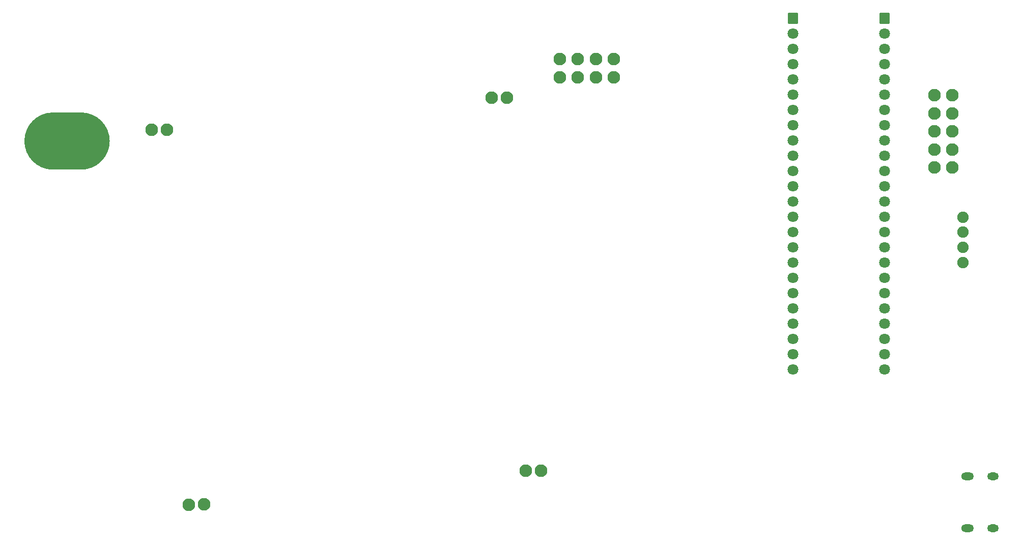
<source format=gbs>
G04 Layer: BottomSolderMaskLayer*
G04 EasyEDA Pro v2.2.32.3, 2024-11-29 12:29:59*
G04 Gerber Generator version 0.3*
G04 Scale: 100 percent, Rotated: No, Reflected: No*
G04 Dimensions in millimeters*
G04 Leading zeros omitted, absolute positions, 3 integers and 5 decimals*
%FSLAX35Y35*%
%MOMM*%
%AMRoundRect*1,1,$1,$2,$3*1,1,$1,$4,$5*1,1,$1,0-$2,0-$3*1,1,$1,0-$4,0-$5*20,1,$1,$2,$3,$4,$5,0*20,1,$1,$4,$5,0-$2,0-$3,0*20,1,$1,0-$2,0-$3,0-$4,0-$5,0*20,1,$1,0-$4,0-$5,$2,$3,0*4,1,4,$2,$3,$4,$5,0-$2,0-$3,0-$4,0-$5,$2,$3,0*%
%ADD10C,2.102*%
%ADD11C,1.8016*%
%ADD12RoundRect,0.09562X0.76499X0.85299X0.76499X-0.85299*%
%ADD13C,1.9016*%
%ADD14C,2.1016*%
%ADD15O,1.902X1.302*%
%ADD16O,2.102X1.302*%
G75*


G04 Rect Start*
G36*
G01X111296Y8153926D02*
G01X578908Y8153926D01*
G02X1055158Y7677676I0J-476250D01*
G02X578908Y7201426I-476250J0D01*
G01X111296Y7201426D01*
G02X-364954Y7677676I0J476250D01*
G02X111296Y8153926I476250J0D01*
G37*
G04 Rect End*

G04 Pad Start*
G54D10*
G01X9441561Y9039987D03*
G01X9441561Y8740013D03*
G01X9141587Y9039987D03*
G01X9141587Y8740013D03*
G01X8841613Y9039987D03*
G01X8841613Y8740013D03*
G01X8541639Y9039987D03*
G01X8541639Y8740013D03*
G54D11*
G01X12416691Y3880338D03*
G01X12416691Y4134338D03*
G01X12416691Y4388338D03*
G01X12416691Y4642338D03*
G01X12416691Y4896338D03*
G01X12416691Y5150338D03*
G01X12416691Y5404338D03*
G01X12416691Y5658338D03*
G01X12416691Y5912338D03*
G01X12416691Y6166338D03*
G01X12416691Y6420338D03*
G01X12416691Y6674338D03*
G01X12416691Y6928338D03*
G01X12416691Y7182338D03*
G01X12416691Y7436338D03*
G01X12416691Y7690338D03*
G01X12416691Y7944338D03*
G01X12416691Y8198338D03*
G01X12416691Y8452338D03*
G01X12416691Y8706338D03*
G01X12416691Y8960338D03*
G01X12416691Y9214338D03*
G01X12416691Y9468338D03*
G54D12*
G01X12416691Y9722338D03*
G54D11*
G01X13947207Y3880338D03*
G01X13947207Y4134338D03*
G01X13947207Y4388338D03*
G01X13947207Y4642338D03*
G01X13947207Y4896338D03*
G01X13947207Y5150338D03*
G01X13947207Y5404338D03*
G01X13947207Y5658338D03*
G01X13947207Y5912338D03*
G01X13947207Y6166338D03*
G01X13947207Y6420338D03*
G01X13947207Y6674338D03*
G01X13947207Y6928338D03*
G01X13947207Y7182338D03*
G01X13947207Y7436338D03*
G01X13947207Y7690338D03*
G01X13947207Y7944338D03*
G01X13947207Y8198338D03*
G01X13947207Y8452338D03*
G01X13947207Y8706338D03*
G01X13947207Y8960338D03*
G01X13947207Y9214338D03*
G01X13947207Y9468338D03*
G54D12*
G01X13947207Y9722338D03*
G54D13*
G01X15250807Y6409788D03*
G01X15250807Y6159598D03*
G01X15250807Y5909662D03*
G01X15250807Y5659726D03*
G54D14*
G01X7661302Y8396988D03*
G01X7407303Y8396241D03*
G01X2006503Y7863041D03*
G01X1752512Y7865197D03*
G01X7972945Y2191261D03*
G01X8226940Y2189646D03*
G01X2368325Y1627392D03*
G01X2622265Y1632930D03*
G54D15*
G01X15746048Y2102950D03*
G54D16*
G01X15328057Y2102950D03*
G01X15328057Y1237927D03*
G54D15*
G01X15746048Y1237927D03*
G54D10*
G01X15073857Y7537415D03*
G01X14773883Y7537415D03*
G01X15073857Y7837389D03*
G01X14773883Y7837389D03*
G01X15073857Y8137363D03*
G01X14773883Y8137363D03*
G01X15073857Y8437337D03*
G01X14773883Y8437337D03*
G01X15073857Y7237441D03*
G01X14773883Y7237187D03*
G04 Pad End*

M02*


</source>
